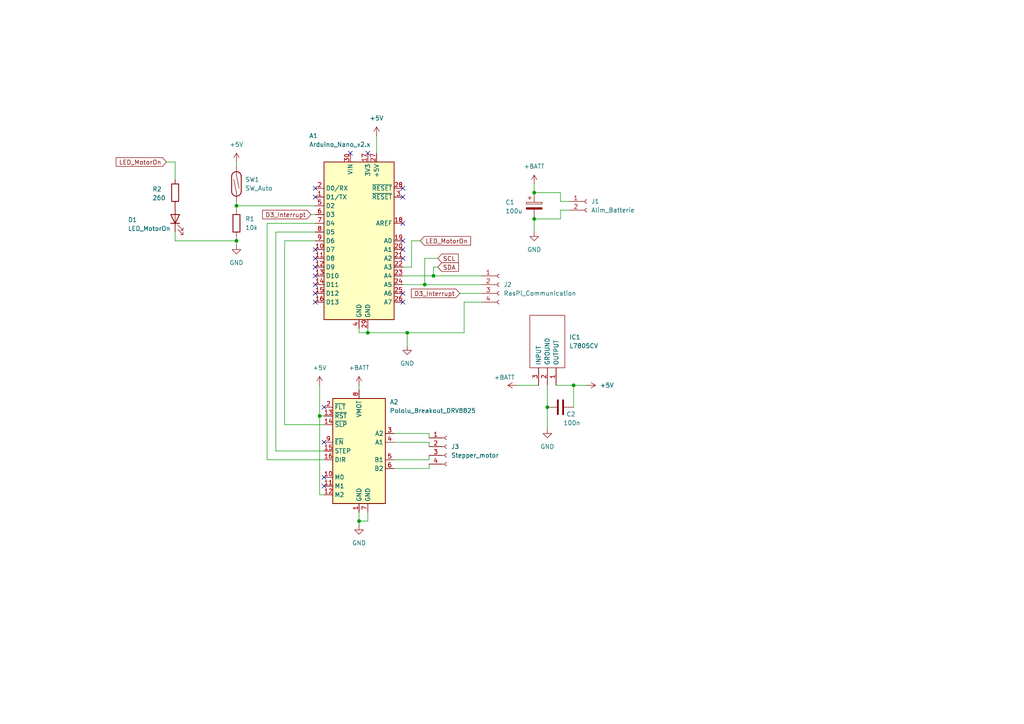
<source format=kicad_sch>
(kicad_sch (version 20231120) (generator "eeschema") (generator_version "8.0")
  (paper "A4")
  (lib_symbols
    (symbol "Conn_01x04_Socket_1" (pin_names (offset 1.016) hide)
      (property "Reference" "J3" (at 1.27 0.0001 0))
      (property "Value" "Stepper_motor" (at 1.27 -2.5399 0))
      (symbol "Conn_01x04_Socket_1_1_1"
        (arc (start 0 -4.572) (mid -0.5058 -5.08) (end 0 -5.588) (stroke (width 0.1524)))
        (arc (start 0 -2.032) (mid -0.5058 -2.54) (end 0 -3.048) (stroke (width 0.1524)))
        (polyline (pts (xy -1.27 -5.08) (xy -0.508 -5.08)) (stroke (width 0.1524)))
        (polyline (pts (xy -1.27 -2.54) (xy -0.508 -2.54)) (stroke (width 0.1524)))
        (polyline (pts (xy -1.27 0) (xy -0.508 0)) (stroke (width 0.1524)))
        (polyline (pts (xy -1.27 2.54) (xy -0.508 2.54)) (stroke (width 0.1524)))
        (arc (start 0 0.508) (mid -0.5058 0) (end 0 -0.508) (stroke (width 0.1524)))
        (arc (start 0 3.048) (mid -0.5058 2.54) (end 0 2.032) (stroke (width 0.1524)))
        (pin passive line (at -5.08 2.54 0) (length 3.81) (name "Pin_1") (number "1"))
        (pin passive line (at -5.08 0 0) (length 3.81) (name "Pin_2") (number "2"))
        (pin passive line (at -5.08 -2.54 0) (length 3.81) (name "Pin_3") (number "3"))
        (pin passive line (at -5.08 -5.08 0) (length 3.81) (name "Pin_4") (number "4"))
      )
    )
    (symbol "Connector:Conn_01x02_Socket" (pin_names (offset 1.016) hide)
      (property "Reference" "J1" (at 1.27 0.0001 0))
      (property "Value" "Alim_Batterie" (at 1.27 -2.5399 0))
      (symbol "Conn_01x02_Socket_1_1"
        (arc (start 0 -2.032) (mid -0.5058 -2.54) (end 0 -3.048) (stroke (width 0.1524)))
        (polyline (pts (xy -1.27 -2.54) (xy -0.508 -2.54)) (stroke (width 0.1524)))
        (polyline (pts (xy -1.27 0) (xy -0.508 0)) (stroke (width 0.1524)))
        (arc (start 0 0.508) (mid -0.5058 0) (end 0 -0.508) (stroke (width 0.1524)))
        (pin power_out line (at -5.08 0 0) (length 3.81) (name "Pin_1") (number "1"))
        (pin power_out line (at -5.08 -2.54 0) (length 3.81) (name "Pin_2") (number "2"))
      )
    )
    (symbol "Connector:Conn_01x04_Socket" (pin_names (offset 1.016) hide)
      (property "Reference" "J" (at 0 5.08 0))
      (property "Value" "Conn_01x04_Socket" (at 0 -7.62 0))
      (symbol "Conn_01x04_Socket_1_1"
        (arc (start 0 -4.572) (mid -0.5058 -5.08) (end 0 -5.588) (stroke (width 0.1524)))
        (arc (start 0 -2.032) (mid -0.5058 -2.54) (end 0 -3.048) (stroke (width 0.1524)))
        (polyline (pts (xy -1.27 -5.08) (xy -0.508 -5.08)) (stroke (width 0.1524)))
        (polyline (pts (xy -1.27 -2.54) (xy -0.508 -2.54)) (stroke (width 0.1524)))
        (polyline (pts (xy -1.27 0) (xy -0.508 0)) (stroke (width 0.1524)))
        (polyline (pts (xy -1.27 2.54) (xy -0.508 2.54)) (stroke (width 0.1524)))
        (arc (start 0 0.508) (mid -0.5058 0) (end 0 -0.508) (stroke (width 0.1524)))
        (arc (start 0 3.048) (mid -0.5058 2.54) (end 0 2.032) (stroke (width 0.1524)))
        (pin passive line (at -5.08 2.54 0) (length 3.81) (name "Pin_1") (number "1"))
        (pin passive line (at -5.08 0 0) (length 3.81) (name "Pin_2") (number "2"))
        (pin passive line (at -5.08 -2.54 0) (length 3.81) (name "Pin_3") (number "3"))
        (pin passive line (at -5.08 -5.08 0) (length 3.81) (name "Pin_4") (number "4"))
      )
    )
    (symbol "Device:C" (pin_numbers hide) (pin_names (offset 0.254))
      (property "Reference" "C" (at 0.635 2.54 0))
      (property "Value" "C" (at 0.635 -2.54 0))
      (symbol "C_0_1"
        (polyline (pts (xy -2.032 -0.762) (xy 2.032 -0.762)) (stroke (width 0.508)))
        (polyline (pts (xy -2.032 0.762) (xy 2.032 0.762)) (stroke (width 0.508)))
      )
      (symbol "C_1_1"
        (pin passive line (at 0 3.81 270) (length 2.794) (name "~") (number "1"))
        (pin passive line (at 0 -3.81 90) (length 2.794) (name "~") (number "2"))
      )
    )
    (symbol "Device:C_Polarized" (pin_numbers hide) (pin_names (offset 0.254))
      (property "Reference" "C" (at 0.635 2.54 0))
      (property "Value" "C_Polarized" (at 0.635 -2.54 0))
      (symbol "C_Polarized_0_1"
        (rectangle (start -2.286 0.508) (end 2.286 1.016))
        (polyline (pts (xy -1.778 2.286) (xy -0.762 2.286)))
        (polyline (pts (xy -1.27 2.794) (xy -1.27 1.778)))
        (rectangle (start 2.286 -0.508) (end -2.286 -1.016) (fill (type outline)))
      )
      (symbol "C_Polarized_1_1"
        (pin passive line (at 0 3.81 270) (length 2.794) (name "~") (number "1"))
        (pin passive line (at 0 -3.81 90) (length 2.794) (name "~") (number "2"))
      )
    )
    (symbol "Device:LED" (pin_numbers hide) (pin_names (offset 1.016) hide)
      (property "Reference" "D" (at 0 2.54 0))
      (property "Value" "LED" (at 0 -2.54 0))
      (symbol "LED_0_1"
        (polyline (pts (xy -1.27 -1.27) (xy -1.27 1.27)) (stroke (width 0.254)))
        (polyline (pts (xy -1.27 0) (xy 1.27 0)))
        (polyline (pts (xy 1.27 -1.27) (xy 1.27 1.27) (xy -1.27 0) (xy 1.27 -1.27)) (stroke (width 0.254)))
        (polyline (pts (xy -3.048 -0.762) (xy -4.572 -2.286) (xy -3.81 -2.286) (xy -4.572 -2.286) (xy -4.572 -1.524)))
        (polyline (pts (xy -1.778 -0.762) (xy -3.302 -2.286) (xy -2.54 -2.286) (xy -3.302 -2.286) (xy -3.302 -1.524)))
      )
      (symbol "LED_1_1"
        (pin passive line (at -3.81 0 0) (length 2.54) (name "K") (number "1"))
        (pin passive line (at 3.81 0 180) (length 2.54) (name "A") (number "2"))
      )
    )
    (symbol "Device:R" (pin_numbers hide) (pin_names (offset 0))
      (property "Reference" "R" (at 2.032 0 90))
      (property "Value" "R" (at 0 0 90))
      (symbol "R_0_1"
        (rectangle (start -1.016 -2.54) (end 1.016 2.54) (stroke (width 0.254)))
      )
      (symbol "R_1_1"
        (pin passive line (at 0 3.81 270) (length 1.27) (name "~") (number "1"))
        (pin passive line (at 0 -3.81 90) (length 1.27) (name "~") (number "2"))
      )
    )
    (symbol "Driver_Motor:Pololu_Breakout_DRV8825"
      (property "Reference" "A2" (at 8.89 11.684 0))
      (property "Value" "Pololu_Breakout_DRV8825" (at 8.89 9.144 0))
      (symbol "Pololu_Breakout_DRV8825_0_1"
        (rectangle (start 7.62 -17.78) (end -7.62 12.7) (stroke (width 0.254)) (fill (type background)))
      )
      (symbol "Pololu_Breakout_DRV8825_1_1"
        (pin power_in line (at 0 -20.32 90) (length 2.54) (name "GND") (number "1"))
        (pin input line (at -10.16 -10.16 0) (length 2.54) (name "M0") (number "10"))
        (pin input line (at -10.16 -12.7 0) (length 2.54) (name "M1") (number "11"))
        (pin input line (at -10.16 -15.24 0) (length 2.54) (name "M2") (number "12"))
        (pin input line (at -10.16 7.62 0) (length 2.54) (name "~{RST}") (number "13"))
        (pin input line (at -10.16 5.08 0) (length 2.54) (name "~{SLP}") (number "14"))
        (pin input line (at -10.16 -2.54 0) (length 2.54) (name "STEP") (number "15"))
        (pin input line (at -10.16 -5.08 0) (length 2.54) (name "DIR") (number "16"))
        (pin output line (at -10.16 10.16 0) (length 2.54) (name "~{FLT}") (number "2"))
        (pin output line (at 10.16 2.54 180) (length 2.54) (name "A2") (number "3"))
        (pin output line (at 10.16 0 180) (length 2.54) (name "A1") (number "4"))
        (pin output line (at 10.16 -5.08 180) (length 2.54) (name "B1") (number "5"))
        (pin output line (at 10.16 -7.62 180) (length 2.54) (name "B2") (number "6"))
        (pin power_in line (at 2.54 -20.32 90) (length 2.54) (name "GND") (number "7"))
        (pin power_in line (at 0 15.24 270) (length 2.54) (name "VMOT") (number "8"))
        (pin input line (at -10.16 0 0) (length 2.54) (name "~{EN}") (number "9"))
      )
    )
    (symbol "Kosmos_4.0_motor:L7805CV" (pin_names (offset 0.762))
      (property "Reference" "IC1" (at 13.9701 -8.89 90))
      (property "Value" "L7805CV" (at 11.4301 -8.89 90))
      (symbol "L7805CV_0_0"
        (pin passive line (at 0 -2.54 0) (length 5.08) (name "GROUND") (number "2"))
      )
      (symbol "L7805CV_0_1"
        (polyline (pts (xy 5.08 2.54) (xy 20.32 2.54) (xy 20.32 -7.62) (xy 5.08 -7.62) (xy 5.08 2.54)) (stroke (width 0.1524)))
      )
      (symbol "L7805CV_1_0"
        (pin passive line (at 0 -5.08 0) (length 5.08) (name "OUTPUT") (number "1"))
        (pin passive line (at 0 0 0) (length 5.08) (name "INPUT") (number "3"))
      )
    )
    (symbol "MCU_Module:Arduino_Nano_v2.x"
      (property "Reference" "A" (at -10.16 23.495 0))
      (property "Value" "Arduino_Nano_v2.x" (at 5.08 -24.13 0))
      (symbol "Arduino_Nano_v2.x_0_1"
        (rectangle (start -10.16 22.86) (end 10.16 -22.86) (stroke (width 0.254)) (fill (type background)))
      )
      (symbol "Arduino_Nano_v2.x_1_1"
        (pin bidirectional line (at -12.7 12.7 0) (length 2.54) (name "D1/TX") (number "1"))
        (pin bidirectional line (at -12.7 -2.54 0) (length 2.54) (name "D7") (number "10"))
        (pin bidirectional line (at -12.7 -5.08 0) (length 2.54) (name "D8") (number "11"))
        (pin bidirectional line (at -12.7 -7.62 0) (length 2.54) (name "D9") (number "12"))
        (pin bidirectional line (at -12.7 -10.16 0) (length 2.54) (name "D10") (number "13"))
        (pin bidirectional line (at -12.7 -12.7 0) (length 2.54) (name "D11") (number "14"))
        (pin bidirectional line (at -12.7 -15.24 0) (length 2.54) (name "D12") (number "15"))
        (pin bidirectional line (at -12.7 -17.78 0) (length 2.54) (name "D13") (number "16"))
        (pin power_out line (at 2.54 25.4 270) (length 2.54) (name "3V3") (number "17"))
        (pin input line (at 12.7 5.08 180) (length 2.54) (name "AREF") (number "18"))
        (pin bidirectional line (at 12.7 0 180) (length 2.54) (name "A0") (number "19"))
        (pin bidirectional line (at -12.7 15.24 0) (length 2.54) (name "D0/RX") (number "2"))
        (pin bidirectional line (at 12.7 -2.54 180) (length 2.54) (name "A1") (number "20"))
        (pin bidirectional line (at 12.7 -5.08 180) (length 2.54) (name "A2") (number "21"))
        (pin bidirectional line (at 12.7 -7.62 180) (length 2.54) (name "A3") (number "22"))
        (pin bidirectional line (at 12.7 -10.16 180) (length 2.54) (name "A4") (number "23"))
        (pin bidirectional line (at 12.7 -12.7 180) (length 2.54) (name "A5") (number "24"))
        (pin bidirectional line (at 12.7 -15.24 180) (length 2.54) (name "A6") (number "25"))
        (pin bidirectional line (at 12.7 -17.78 180) (length 2.54) (name "A7") (number "26"))
        (pin power_out line (at 5.08 25.4 270) (length 2.54) (name "+5V") (number "27"))
        (pin input line (at 12.7 15.24 180) (length 2.54) (name "~{RESET}") (number "28"))
        (pin power_in line (at 2.54 -25.4 90) (length 2.54) (name "GND") (number "29"))
        (pin input line (at 12.7 12.7 180) (length 2.54) (name "~{RESET}") (number "3"))
        (pin power_in line (at -2.54 25.4 270) (length 2.54) (name "VIN") (number "30"))
        (pin power_in line (at 0 -25.4 90) (length 2.54) (name "GND") (number "4"))
        (pin bidirectional line (at -12.7 10.16 0) (length 2.54) (name "D2") (number "5"))
        (pin bidirectional line (at -12.7 7.62 0) (length 2.54) (name "D3") (number "6"))
        (pin bidirectional line (at -12.7 5.08 0) (length 2.54) (name "D4") (number "7"))
        (pin bidirectional line (at -12.7 2.54 0) (length 2.54) (name "D5") (number "8"))
        (pin bidirectional line (at -12.7 0 0) (length 2.54) (name "D6") (number "9"))
      )
    )
    (symbol "Switch:SW_Reed" (pin_numbers hide) (pin_names (offset 0) hide)
      (property "Reference" "SW" (at 0 2.54 0))
      (property "Value" "SW_Reed" (at 0 -2.54 0))
      (symbol "SW_Reed_0_0"
        (arc (start -2.159 1.397) (mid -3.55 0) (end -2.159 -1.397) (stroke (width 0.254)))
        (polyline (pts (xy -2.54 0) (xy 1.27 0.762)))
        (polyline (pts (xy -2.159 -1.397) (xy 2.286 -1.397)) (stroke (width 0.254)))
        (polyline (pts (xy 2.159 1.397) (xy -2.159 1.397)) (stroke (width 0.254)))
        (polyline (pts (xy 2.54 0) (xy -1.27 -0.762)))
        (arc (start 2.159 -1.397) (mid 3.55 0) (end 2.159 1.397) (stroke (width 0.254)))
      )
      (symbol "SW_Reed_1_1"
        (pin passive line (at -5.08 0 0) (length 2.54) (name "1") (number "1"))
        (pin passive line (at 5.08 0 180) (length 2.54) (name "2") (number "2"))
      )
    )
    (symbol "power:+5V" (power) (pin_numbers hide) (pin_names (offset 0) hide)
      (property "Value" "+5V" (at 0 3.556 0))
      (symbol "+5V_0_1"
        (polyline (pts (xy -0.762 1.27) (xy 0 2.54)))
        (polyline (pts (xy 0 0) (xy 0 2.54)))
        (polyline (pts (xy 0 2.54) (xy 0.762 1.27)))
      )
      (symbol "+5V_1_1"
        (pin power_in line (at 0 0 90) (length 0) (name "~") (number "1"))
      )
    )
    (symbol "power:+BATT" (power) (pin_numbers hide) (pin_names (offset 0) hide)
      (property "Value" "+BATT" (at 0 3.556 0))
      (symbol "+BATT_0_1"
        (polyline (pts (xy -0.762 1.27) (xy 0 2.54)))
        (polyline (pts (xy 0 0) (xy 0 2.54)))
        (polyline (pts (xy 0 2.54) (xy 0.762 1.27)))
      )
      (symbol "+BATT_1_1"
        (pin power_in line (at 0 0 90) (length 0) (name "~") (number "1"))
      )
    )
    (symbol "power:GND" (power) (pin_numbers hide) (pin_names (offset 0) hide)
      (property "Value" "GND" (at 0 -3.81 0))
      (symbol "GND_0_1"
        (polyline (pts (xy 0 0) (xy 0 -1.27) (xy 1.27 -1.27) (xy 0 -2.54) (xy -1.27 -1.27) (xy 0 -1.27)))
      )
      (symbol "GND_1_1"
        (pin power_in line (at 0 0 270) (length 0) (name "~") (number "1"))
      )
    )
  )
  (junction (at 68.58 59.69))
  (junction (at 166.37 111.76))
  (junction (at 154.94 63.5))
  (junction (at 118.11 96.52))
  (junction (at 104.14 151.13))
  (junction (at 68.58 69.85))
  (junction (at 158.75 118.11))
  (junction (at 123.19 82.55))
  (junction (at 154.94 55.88))
  (junction (at 125.73 80.01))
  (junction (at 92.71 120.65))
  (junction (at 106.68 96.52))
  (no_connect (at 116.84 54.61))
  (no_connect (at 91.44 74.93))
  (no_connect (at 91.44 54.61))
  (no_connect (at 106.68 44.45))
  (no_connect (at 101.6 44.45))
  (no_connect (at 93.98 138.43))
  (no_connect (at 91.44 72.39))
  (no_connect (at 116.84 87.63))
  (no_connect (at 91.44 85.09))
  (no_connect (at 116.84 74.93))
  (no_connect (at 91.44 82.55))
  (no_connect (at 93.98 128.27))
  (no_connect (at 116.84 85.09))
  (no_connect (at 91.44 77.47))
  (no_connect (at 116.84 72.39))
  (no_connect (at 91.44 80.01))
  (no_connect (at 91.44 57.15))
  (no_connect (at 116.84 57.15))
  (no_connect (at 93.98 140.97))
  (no_connect (at 116.84 69.85))
  (no_connect (at 93.98 118.11))
  (no_connect (at 91.44 87.63))
  (no_connect (at 116.84 64.77))
  (wire (pts (xy 165.1 60.96) (xy 162.56 60.96)))
  (wire (pts (xy 133.35 85.09) (xy 139.7 85.09)))
  (wire (pts (xy 104.14 95.25) (xy 104.14 96.52)))
  (wire (pts (xy 109.22 39.37) (xy 109.22 44.45)))
  (wire (pts (xy 104.14 148.59) (xy 104.14 151.13)))
  (wire (pts (xy 162.56 60.96) (xy 162.56 63.5)))
  (wire (pts (xy 166.37 111.76) (xy 161.29 111.76)))
  (wire (pts (xy 68.58 46.99) (xy 68.58 48.26)))
  (wire (pts (xy 68.58 59.69) (xy 68.58 60.96)))
  (wire (pts (xy 124.46 125.73) (xy 114.3 125.73)))
  (wire (pts (xy 134.62 96.52) (xy 134.62 87.63)))
  (wire (pts (xy 106.68 95.25) (xy 106.68 96.52)))
  (wire (pts (xy 121.92 69.85) (xy 119.38 69.85)))
  (wire (pts (xy 80.01 67.31) (xy 80.01 130.81)))
  (wire (pts (xy 68.58 68.58) (xy 68.58 69.85)))
  (wire (pts (xy 92.71 111.76) (xy 92.71 120.65)))
  (wire (pts (xy 93.98 133.35) (xy 77.47 133.35)))
  (wire (pts (xy 82.55 69.85) (xy 91.44 69.85)))
  (wire (pts (xy 119.38 77.47) (xy 116.84 77.47)))
  (wire (pts (xy 50.8 67.31) (xy 50.8 69.85)))
  (wire (pts (xy 93.98 123.19) (xy 82.55 123.19)))
  (wire (pts (xy 68.58 69.85) (xy 68.58 71.12)))
  (wire (pts (xy 125.73 80.01) (xy 139.7 80.01)))
  (wire (pts (xy 124.46 135.89) (xy 124.46 134.62)))
  (wire (pts (xy 170.18 111.76) (xy 166.37 111.76)))
  (wire (pts (xy 77.47 133.35) (xy 77.47 64.77)))
  (wire (pts (xy 124.46 133.35) (xy 114.3 133.35)))
  (wire (pts (xy 104.14 151.13) (xy 104.14 152.4)))
  (wire (pts (xy 127 77.47) (xy 125.73 77.47)))
  (wire (pts (xy 124.46 135.89) (xy 114.3 135.89)))
  (wire (pts (xy 124.46 128.27) (xy 114.3 128.27)))
  (wire (pts (xy 124.46 125.73) (xy 124.46 127)))
  (wire (pts (xy 158.75 111.76) (xy 158.75 118.11)))
  (wire (pts (xy 125.73 77.47) (xy 125.73 80.01)))
  (wire (pts (xy 118.11 96.52) (xy 118.11 100.33)))
  (wire (pts (xy 68.58 58.42) (xy 68.58 59.69)))
  (wire (pts (xy 92.71 143.51) (xy 93.98 143.51)))
  (wire (pts (xy 106.68 96.52) (xy 104.14 96.52)))
  (wire (pts (xy 134.62 87.63) (xy 139.7 87.63)))
  (wire (pts (xy 118.11 96.52) (xy 106.68 96.52)))
  (wire (pts (xy 124.46 128.27) (xy 124.46 129.54)))
  (wire (pts (xy 50.8 46.99) (xy 50.8 52.07)))
  (wire (pts (xy 92.71 120.65) (xy 92.71 143.51)))
  (wire (pts (xy 106.68 148.59) (xy 106.68 151.13)))
  (wire (pts (xy 123.19 74.93) (xy 123.19 82.55)))
  (wire (pts (xy 104.14 111.76) (xy 104.14 113.03)))
  (wire (pts (xy 77.47 64.77) (xy 91.44 64.77)))
  (wire (pts (xy 116.84 80.01) (xy 125.73 80.01)))
  (wire (pts (xy 154.94 63.5) (xy 154.94 67.31)))
  (wire (pts (xy 90.17 62.23) (xy 91.44 62.23)))
  (wire (pts (xy 118.11 96.52) (xy 134.62 96.52)))
  (wire (pts (xy 48.26 46.99) (xy 50.8 46.99)))
  (wire (pts (xy 80.01 130.81) (xy 93.98 130.81)))
  (wire (pts (xy 127 74.93) (xy 123.19 74.93)))
  (wire (pts (xy 50.8 69.85) (xy 68.58 69.85)))
  (wire (pts (xy 165.1 58.42) (xy 162.56 58.42)))
  (wire (pts (xy 154.94 53.34) (xy 154.94 55.88)))
  (wire (pts (xy 158.75 118.11) (xy 158.75 124.46)))
  (wire (pts (xy 119.38 69.85) (xy 119.38 77.47)))
  (wire (pts (xy 106.68 151.13) (xy 104.14 151.13)))
  (wire (pts (xy 123.19 82.55) (xy 139.7 82.55)))
  (wire (pts (xy 124.46 133.35) (xy 124.46 132.08)))
  (wire (pts (xy 154.94 63.5) (xy 162.56 63.5)))
  (wire (pts (xy 92.71 120.65) (xy 93.98 120.65)))
  (wire (pts (xy 149.86 111.76) (xy 156.21 111.76)))
  (wire (pts (xy 166.37 111.76) (xy 166.37 118.11)))
  (wire (pts (xy 162.56 55.88) (xy 162.56 58.42)))
  (wire (pts (xy 68.58 59.69) (xy 91.44 59.69)))
  (wire (pts (xy 82.55 123.19) (xy 82.55 69.85)))
  (wire (pts (xy 116.84 82.55) (xy 123.19 82.55)))
  (wire (pts (xy 154.94 55.88) (xy 162.56 55.88)))
  (wire (pts (xy 91.44 67.31) (xy 80.01 67.31)))
  (global_label "LED_MotorOn" (shape input) (at 48.26 46.99 180) (property "Intersheetrefs" "${INTERSHEET_REFS}" (effects (hide yes))))
  (global_label "SCL" (shape input) (at 127 74.93 0) (property "Intersheetrefs" "${INTERSHEET_REFS}" (effects (hide yes))))
  (global_label "LED_MotorOn" (shape input) (at 121.92 69.85 0) (property "Intersheetrefs" "${INTERSHEET_REFS}" (effects (hide yes))))
  (global_label "D3_Interrupt" (shape input) (at 90.17 62.23 180) (property "Intersheetrefs" "${INTERSHEET_REFS}" (effects (hide yes))))
  (global_label "SDA" (shape input) (at 127 77.47 0) (property "Intersheetrefs" "${INTERSHEET_REFS}" (effects (hide yes))))
  (global_label "D3_Interrupt" (shape input) (at 133.35 85.09 180) (property "Intersheetrefs" "${INTERSHEET_REFS}" (effects (hide yes))))
  (symbol (lib_id "power:+5V") (at 68.58 46.99 0) (unit 1)
    (property "Reference" "#PWR09" (effects (hide yes)))
    (property "Value" "+5V" (at 68.58 41.91 0))
    (property "Description" "Power symbol creates a global label with name \"+5V\"" (effects (hide yes)))
  )
  (symbol (lib_id "Device:R") (at 68.58 64.77 0) (unit 1)
    (property "Reference" "R1" (at 71.12 63.4999 0) (effects (justify left)))
    (property "Value" "10k" (at 71.12 66.0399 0) (effects (justify left)))
    (property "Footprint" "Library_komsos:R_Axial_DIN0207_L6.3mm_D2.5mm_P10.16mm_Horizontal_v2.2mm" (effects (hide yes)))
    (property "Description" "Resistor" (effects (hide yes)))
  )
  (symbol (lib_id "MCU_Module:Arduino_Nano_v2.x") (at 104.14 69.85 0) (unit 1)
    (property "Reference" "A1" (at 89.662 39.37 0) (effects (justify left)))
    (property "Value" "Arduino_Nano_v2.x" (at 89.662 41.91 0) (effects (justify left)))
    (property "Footprint" "Library_komsos:Arduino_Nano_v2.2mm" (effects (hide yes)))
    (property "Datasheet" "https://www.arduino.cc/en/uploads/Main/ArduinoNanoManual23.pdf" (effects (hide yes)))
    (property "Description" "Arduino Nano v2.x" (effects (hide yes)))
  )
  (symbol (lib_id "Device:LED") (at 50.8 63.5 90) (unit 1)
    (property "Reference" "D1" (at 37.084 63.754 90) (effects (justify right)))
    (property "Value" "LED_MotorOn" (at 37.084 66.294 90) (effects (justify right)))
    (property "Footprint" "Library_komsos:LED_D5.0mm_v2.2mm" (effects (hide yes)))
    (property "Description" "Light emitting diode" (effects (hide yes)))
  )
  (symbol (lib_id "Device:C_Polarized") (at 154.94 59.69 0) (unit 1)
    (property "Reference" "C1" (at 146.558 58.674 0) (effects (justify left)))
    (property "Value" "100u" (at 146.558 61.214 0) (effects (justify left)))
    (property "Footprint" "Library_komsos:CP_Radial_D5.0mm_P2.50mm_v2.2mm" (effects (hide yes)))
    (property "Description" "Polarized capacitor" (effects (hide yes)))
  )
  (symbol (lib_id "Kosmos_4.0_motor:L7805CV") (at 156.21 111.76 90) (unit 1)
    (property "Reference" "IC1" (at 165.1 97.7899 90) (effects (justify right)))
    (property "Value" "L7805CV" (at 165.1 100.3299 90) (effects (justify right)))
    (property "Footprint" "Library_komsos:L7805CV_v2.2mm" (effects (hide yes)))
    (property "Datasheet" "http://www.st.com/web/en/resource/technical/document/datasheet/CD00000444.pdf" (effects (hide yes)))
    (property "Description" "Linear voltage regulator,L7805CV 5V 1.5A STMicroelectronics L7805CV, Single Linear Voltage Regulator, 1.5A 5 V, 3-Pin TO-220" (effects (hide yes)))
    (property "Description_1" "Linear voltage regulator,L7805CV 5V 1.5A STMicroelectronics L7805CV, Single Linear Voltage Regulator, 1.5A 5 V, 3-Pin TO-220" (effects (hide yes)))
    (property "Height" "4.6" (effects (hide yes)))
    (property "Manufacturer_Name" "STMicroelectronics" (effects (hide yes)))
    (property "Manufacturer_Part_Number" "L7805CV" (effects (hide yes)))
    (property "Mouser Part Number" "511-L7805CV" (effects (hide yes)))
    (property "Mouser Price/Stock" "https://www.mouser.co.uk/ProductDetail/STMicroelectronics/L7805CV?qs=9NrABl3fj%2FqplZAHiYUxWg%3D%3D" (effects (hide yes)))
    (property "Arrow Part Number" "L7805CV" (effects (hide yes)))
    (property "Arrow Price/Stock" "https://www.arrow.com/en/products/l7805cv/stmicroelectronics?region=europe" (effects (hide yes)))
  )
  (symbol (lib_id "power:GND") (at 68.58 71.12 0) (unit 1)
    (property "Reference" "#PWR010" (effects (hide yes)))
    (property "Value" "GND" (at 68.58 76.2 0))
    (property "Description" "Power symbol creates a global label with name \"GND\" , ground" (effects (hide yes)))
  )
  (symbol (lib_id "power:+BATT") (at 154.94 53.34 0) (unit 1)
    (property "Reference" "#PWR02" (effects (hide yes)))
    (property "Value" "+BATT" (at 154.94 48.26 0))
    (property "Description" "Power symbol creates a global label with name \"+BATT\"" (effects (hide yes)))
  )
  (symbol (lib_id "power:+BATT") (at 149.86 111.76 90) (unit 1)
    (property "Reference" "#PWR04" (effects (hide yes)))
    (property "Value" "+BATT" (at 149.352 109.474 90) (effects (justify left)))
    (property "Description" "Power symbol creates a global label with name \"+BATT\"" (effects (hide yes)))
  )
  (symbol (lib_id "Switch:SW_Reed") (at 68.58 53.34 90) (unit 1)
    (property "Reference" "SW1" (at 71.12 52.0699 90) (effects (justify right)))
    (property "Value" "SW_Auto" (at 71.12 54.6099 90) (effects (justify right)))
    (property "Footprint" "Library_komsos:R_Axial_DIN0207_L6.3mm_D2.5mm_P15.24mm_Horizontal_v2mm" (effects (hide yes)))
    (property "Description" "reed switch" (effects (hide yes)))
  )
  (symbol (lib_id "power:+5V") (at 170.18 111.76 270) (unit 1)
    (property "Reference" "#PWR06" (effects (hide yes)))
    (property "Value" "+5V" (at 173.99 111.7599 90) (effects (justify left)))
    (property "Description" "Power symbol creates a global label with name \"+5V\"" (effects (hide yes)))
  )
  (symbol (lib_id "Driver_Motor:Pololu_Breakout_DRV8825") (at 104.14 128.27 0) (unit 1)
    (property "Reference" "A2" (at 113.03 116.586 0) (effects (justify left)))
    (property "Value" "Pololu_Breakout_DRV8825" (at 113.03 119.126 0) (effects (justify left)))
    (property "Footprint" "Library_komsos:Pololu_Breakout-16_15.2x20.3mm_v2.2mm" (effects (hide yes)))
    (property "Datasheet" "https://www.pololu.com/product/2982" (effects (hide yes)))
    (property "Description" "Pololu Breakout Board, Stepper Driver DRV8825" (effects (hide yes)))
  )
  (symbol (lib_id "Connector:Conn_01x04_Socket") (at 144.78 82.55 0) (unit 1)
    (property "Reference" "J2" (at 146.05 82.5499 0) (effects (justify left)))
    (property "Value" "RasPi_Communication" (at 146.05 85.0899 0) (effects (justify left)))
    (property "Footprint" "Library_komsos:JST_EH_B4B-EH-A_1x04_P2.50mm_Vertical_v2.2mm" (effects (hide yes)))
    (property "Description" "Generic connector, single row, 01x04, script generated" (effects (hide yes)))
  )
  (symbol (lib_id "power:+BATT") (at 104.14 111.76 0) (unit 1)
    (property "Reference" "#PWR011" (effects (hide yes)))
    (property "Value" "+BATT" (at 104.14 106.68 0))
    (property "Description" "Power symbol creates a global label with name \"+BATT\"" (effects (hide yes)))
  )
  (symbol (lib_id "power:GND") (at 118.11 100.33 0) (unit 1)
    (property "Reference" "#PWR08" (effects (hide yes)))
    (property "Value" "GND" (at 118.11 105.41 0))
    (property "Description" "Power symbol creates a global label with name \"GND\" , ground" (effects (hide yes)))
  )
  (symbol (lib_id "power:+5V") (at 92.71 111.76 0) (unit 1)
    (property "Reference" "#PWR012" (effects (hide yes)))
    (property "Value" "+5V" (at 92.71 106.68 0))
    (property "Description" "Power symbol creates a global label with name \"+5V\"" (effects (hide yes)))
  )
  (symbol (lib_id "Connector:Conn_01x02_Socket") (at 170.18 58.42 0) (unit 1)
    (property "Reference" "J1" (at 171.45 58.4199 0) (effects (justify left)))
    (property "Value" "Alim_Batterie" (at 171.45 60.9599 0) (effects (justify left)))
    (property "Footprint" "Library_komsos:TerminalBlock_bornier-2_P5.08mm_v3mm" (effects (hide yes)))
    (property "Description" "Generic connector, single row, 01x02, script generated" (effects (hide yes)))
  )
  (symbol (lib_id "power:GND") (at 154.94 67.31 0) (unit 1)
    (property "Reference" "#PWR01" (effects (hide yes)))
    (property "Value" "GND" (at 154.94 72.39 0))
    (property "Description" "Power symbol creates a global label with name \"GND\" , ground" (effects (hide yes)))
  )
  (symbol (lib_id "power:GND") (at 104.14 152.4 0) (unit 1)
    (property "Reference" "#PWR05" (effects (hide yes)))
    (property "Value" "GND" (at 104.14 157.48 0))
    (property "Description" "Power symbol creates a global label with name \"GND\" , ground" (effects (hide yes)))
  )
  (symbol (lib_id "power:GND") (at 158.75 124.46 0) (unit 1)
    (property "Reference" "#PWR03" (effects (hide yes)))
    (property "Value" "GND" (at 158.75 129.54 0))
    (property "Description" "Power symbol creates a global label with name \"GND\" , ground" (effects (hide yes)))
  )
  (symbol (lib_id "Device:C") (at 162.56 118.11 90) (unit 1)
    (property "Reference" "C2" (at 165.608 120.142 90))
    (property "Value" "100n" (at 165.862 122.682 90))
    (property "Footprint" "Library_komsos:C_Rect_L7.0mm_W2.5mm_P5.00mm_v2.2mm" (effects (hide yes)))
    (property "Description" "Unpolarized capacitor" (effects (hide yes)))
  )
  (symbol (lib_id "Device:R") (at 50.8 55.88 0) (unit 1)
    (property "Reference" "R2" (at 44.196 54.864 0) (effects (justify left)))
    (property "Value" "260" (at 44.196 57.404 0) (effects (justify left)))
    (property "Footprint" "Library_komsos:R_Axial_DIN0207_L6.3mm_D2.5mm_P10.16mm_Horizontal_v2.2mm" (effects (hide yes)))
    (property "Description" "Resistor" (effects (hide yes)))
  )
  (symbol (lib_id "power:+5V") (at 109.22 39.37 0) (unit 1)
    (property "Reference" "#PWR07" (effects (hide yes)))
    (property "Value" "+5V" (at 109.22 34.29 0))
    (property "Description" "Power symbol creates a global label with name \"+5V\"" (effects (hide yes)))
  )
  (symbol (lib_name "Conn_01x04_Socket_1") (lib_id "Connector:Conn_01x04_Socket") (at 129.54 129.54 0) (unit 1)
    (property "Reference" "J3" (at 130.81 129.5399 0) (effects (justify left)))
    (property "Value" "Stepper_motor" (at 130.81 132.0799 0) (effects (justify left)))
    (property "Footprint" "Library_komsos:JST_EH_B4B-EH-A_1x04_P2.50mm_Vertical_v2.2mm" (effects (hide yes)))
    (property "Description" "Generic connector, single row, 01x04, script generated" (effects (hide yes)))
  )
)
</source>
